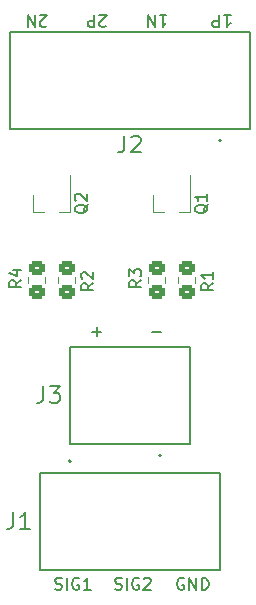
<source format=gto>
%TF.GenerationSoftware,KiCad,Pcbnew,(6.0.1)*%
%TF.CreationDate,2022-03-17T17:24:26+01:00*%
%TF.ProjectId,Module,4d6f6475-6c65-42e6-9b69-6361645f7063,v01*%
%TF.SameCoordinates,Original*%
%TF.FileFunction,Legend,Top*%
%TF.FilePolarity,Positive*%
%FSLAX46Y46*%
G04 Gerber Fmt 4.6, Leading zero omitted, Abs format (unit mm)*
G04 Created by KiCad (PCBNEW (6.0.1)) date 2022-03-17 17:24:26*
%MOMM*%
%LPD*%
G01*
G04 APERTURE LIST*
G04 Aperture macros list*
%AMRoundRect*
0 Rectangle with rounded corners*
0 $1 Rounding radius*
0 $2 $3 $4 $5 $6 $7 $8 $9 X,Y pos of 4 corners*
0 Add a 4 corners polygon primitive as box body*
4,1,4,$2,$3,$4,$5,$6,$7,$8,$9,$2,$3,0*
0 Add four circle primitives for the rounded corners*
1,1,$1+$1,$2,$3*
1,1,$1+$1,$4,$5*
1,1,$1+$1,$6,$7*
1,1,$1+$1,$8,$9*
0 Add four rect primitives between the rounded corners*
20,1,$1+$1,$2,$3,$4,$5,0*
20,1,$1+$1,$4,$5,$6,$7,0*
20,1,$1+$1,$6,$7,$8,$9,0*
20,1,$1+$1,$8,$9,$2,$3,0*%
G04 Aperture macros list end*
%ADD10C,0.150000*%
%ADD11C,0.127000*%
%ADD12C,0.200000*%
%ADD13C,0.120000*%
%ADD14R,1.950000X1.950000*%
%ADD15C,1.950000*%
%ADD16R,0.800000X1.900000*%
%ADD17RoundRect,0.249999X-0.450001X0.350001X-0.450001X-0.350001X0.450001X-0.350001X0.450001X0.350001X0*%
%ADD18RoundRect,0.249999X0.450001X-0.350001X0.450001X0.350001X-0.450001X0.350001X-0.450001X-0.350001X0*%
G04 APERTURE END LIST*
D10*
X140509523Y-52776380D02*
X140461904Y-52824000D01*
X140366666Y-52871619D01*
X140128571Y-52871619D01*
X140033333Y-52824000D01*
X139985714Y-52776380D01*
X139938095Y-52681142D01*
X139938095Y-52585904D01*
X139985714Y-52443047D01*
X140557142Y-51871619D01*
X139938095Y-51871619D01*
X139509523Y-51871619D02*
X139509523Y-52871619D01*
X138938095Y-51871619D01*
X138938095Y-52871619D01*
X155535285Y-51871619D02*
X156106714Y-51871619D01*
X155821000Y-51871619D02*
X155821000Y-52871619D01*
X155916238Y-52728761D01*
X156011476Y-52633523D01*
X156106714Y-52585904D01*
X155106714Y-51871619D02*
X155106714Y-52871619D01*
X154725761Y-52871619D01*
X154630523Y-52824000D01*
X154582904Y-52776380D01*
X154535285Y-52681142D01*
X154535285Y-52538285D01*
X154582904Y-52443047D01*
X154630523Y-52395428D01*
X154725761Y-52347809D01*
X155106714Y-52347809D01*
X145565714Y-52776380D02*
X145518095Y-52824000D01*
X145422857Y-52871619D01*
X145184761Y-52871619D01*
X145089523Y-52824000D01*
X145041904Y-52776380D01*
X144994285Y-52681142D01*
X144994285Y-52585904D01*
X145041904Y-52443047D01*
X145613333Y-51871619D01*
X144994285Y-51871619D01*
X144565714Y-51871619D02*
X144565714Y-52871619D01*
X144184761Y-52871619D01*
X144089523Y-52824000D01*
X144041904Y-52776380D01*
X143994285Y-52681142D01*
X143994285Y-52538285D01*
X144041904Y-52443047D01*
X144089523Y-52395428D01*
X144184761Y-52347809D01*
X144565714Y-52347809D01*
X146328000Y-100480761D02*
X146470857Y-100528380D01*
X146708952Y-100528380D01*
X146804190Y-100480761D01*
X146851809Y-100433142D01*
X146899428Y-100337904D01*
X146899428Y-100242666D01*
X146851809Y-100147428D01*
X146804190Y-100099809D01*
X146708952Y-100052190D01*
X146518476Y-100004571D01*
X146423238Y-99956952D01*
X146375619Y-99909333D01*
X146328000Y-99814095D01*
X146328000Y-99718857D01*
X146375619Y-99623619D01*
X146423238Y-99576000D01*
X146518476Y-99528380D01*
X146756571Y-99528380D01*
X146899428Y-99576000D01*
X147328000Y-100528380D02*
X147328000Y-99528380D01*
X148328000Y-99576000D02*
X148232761Y-99528380D01*
X148089904Y-99528380D01*
X147947047Y-99576000D01*
X147851809Y-99671238D01*
X147804190Y-99766476D01*
X147756571Y-99956952D01*
X147756571Y-100099809D01*
X147804190Y-100290285D01*
X147851809Y-100385523D01*
X147947047Y-100480761D01*
X148089904Y-100528380D01*
X148185142Y-100528380D01*
X148328000Y-100480761D01*
X148375619Y-100433142D01*
X148375619Y-100099809D01*
X148185142Y-100099809D01*
X148756571Y-99623619D02*
X148804190Y-99576000D01*
X148899428Y-99528380D01*
X149137523Y-99528380D01*
X149232761Y-99576000D01*
X149280380Y-99623619D01*
X149328000Y-99718857D01*
X149328000Y-99814095D01*
X149280380Y-99956952D01*
X148708952Y-100528380D01*
X149328000Y-100528380D01*
X150240952Y-78668571D02*
X149479047Y-78668571D01*
X141248000Y-100480761D02*
X141390857Y-100528380D01*
X141628952Y-100528380D01*
X141724190Y-100480761D01*
X141771809Y-100433142D01*
X141819428Y-100337904D01*
X141819428Y-100242666D01*
X141771809Y-100147428D01*
X141724190Y-100099809D01*
X141628952Y-100052190D01*
X141438476Y-100004571D01*
X141343238Y-99956952D01*
X141295619Y-99909333D01*
X141248000Y-99814095D01*
X141248000Y-99718857D01*
X141295619Y-99623619D01*
X141343238Y-99576000D01*
X141438476Y-99528380D01*
X141676571Y-99528380D01*
X141819428Y-99576000D01*
X142248000Y-100528380D02*
X142248000Y-99528380D01*
X143248000Y-99576000D02*
X143152761Y-99528380D01*
X143009904Y-99528380D01*
X142867047Y-99576000D01*
X142771809Y-99671238D01*
X142724190Y-99766476D01*
X142676571Y-99956952D01*
X142676571Y-100099809D01*
X142724190Y-100290285D01*
X142771809Y-100385523D01*
X142867047Y-100480761D01*
X143009904Y-100528380D01*
X143105142Y-100528380D01*
X143248000Y-100480761D01*
X143295619Y-100433142D01*
X143295619Y-100099809D01*
X143105142Y-100099809D01*
X144248000Y-100528380D02*
X143676571Y-100528380D01*
X143962285Y-100528380D02*
X143962285Y-99528380D01*
X143867047Y-99671238D01*
X143771809Y-99766476D01*
X143676571Y-99814095D01*
X152146095Y-99576000D02*
X152050857Y-99528380D01*
X151908000Y-99528380D01*
X151765142Y-99576000D01*
X151669904Y-99671238D01*
X151622285Y-99766476D01*
X151574666Y-99956952D01*
X151574666Y-100099809D01*
X151622285Y-100290285D01*
X151669904Y-100385523D01*
X151765142Y-100480761D01*
X151908000Y-100528380D01*
X152003238Y-100528380D01*
X152146095Y-100480761D01*
X152193714Y-100433142D01*
X152193714Y-100099809D01*
X152003238Y-100099809D01*
X152622285Y-100528380D02*
X152622285Y-99528380D01*
X153193714Y-100528380D01*
X153193714Y-99528380D01*
X153669904Y-100528380D02*
X153669904Y-99528380D01*
X153908000Y-99528380D01*
X154050857Y-99576000D01*
X154146095Y-99671238D01*
X154193714Y-99766476D01*
X154241333Y-99956952D01*
X154241333Y-100099809D01*
X154193714Y-100290285D01*
X154146095Y-100385523D01*
X154050857Y-100480761D01*
X153908000Y-100528380D01*
X153669904Y-100528380D01*
X145160952Y-78668571D02*
X144399047Y-78668571D01*
X144780000Y-78287619D02*
X144780000Y-79049523D01*
X150098095Y-51871619D02*
X150669523Y-51871619D01*
X150383809Y-51871619D02*
X150383809Y-52871619D01*
X150479047Y-52728761D01*
X150574285Y-52633523D01*
X150669523Y-52585904D01*
X149669523Y-51871619D02*
X149669523Y-52871619D01*
X149098095Y-51871619D01*
X149098095Y-52871619D01*
%TO.C,J1*%
X137709333Y-93975333D02*
X137709333Y-94975333D01*
X137642666Y-95175333D01*
X137509333Y-95308666D01*
X137309333Y-95375333D01*
X137176000Y-95375333D01*
X139109333Y-95375333D02*
X138309333Y-95375333D01*
X138709333Y-95375333D02*
X138709333Y-93975333D01*
X138576000Y-94175333D01*
X138442666Y-94308666D01*
X138309333Y-94375333D01*
%TO.C,J2*%
X147107333Y-62098333D02*
X147107333Y-63098333D01*
X147040666Y-63298333D01*
X146907333Y-63431666D01*
X146707333Y-63498333D01*
X146574000Y-63498333D01*
X147707333Y-62231666D02*
X147774000Y-62165000D01*
X147907333Y-62098333D01*
X148240666Y-62098333D01*
X148374000Y-62165000D01*
X148440666Y-62231666D01*
X148507333Y-62365000D01*
X148507333Y-62498333D01*
X148440666Y-62698333D01*
X147640666Y-63498333D01*
X148507333Y-63498333D01*
%TO.C,Q1*%
X154177619Y-67913238D02*
X154130000Y-68008476D01*
X154034761Y-68103714D01*
X153891904Y-68246571D01*
X153844285Y-68341809D01*
X153844285Y-68437047D01*
X154082380Y-68389428D02*
X154034761Y-68484666D01*
X153939523Y-68579904D01*
X153749047Y-68627523D01*
X153415714Y-68627523D01*
X153225238Y-68579904D01*
X153130000Y-68484666D01*
X153082380Y-68389428D01*
X153082380Y-68198952D01*
X153130000Y-68103714D01*
X153225238Y-68008476D01*
X153415714Y-67960857D01*
X153749047Y-67960857D01*
X153939523Y-68008476D01*
X154034761Y-68103714D01*
X154082380Y-68198952D01*
X154082380Y-68389428D01*
X154082380Y-67008476D02*
X154082380Y-67579904D01*
X154082380Y-67294190D02*
X153082380Y-67294190D01*
X153225238Y-67389428D01*
X153320476Y-67484666D01*
X153368095Y-67579904D01*
%TO.C,Q2*%
X144017619Y-67913238D02*
X143970000Y-68008476D01*
X143874761Y-68103714D01*
X143731904Y-68246571D01*
X143684285Y-68341809D01*
X143684285Y-68437047D01*
X143922380Y-68389428D02*
X143874761Y-68484666D01*
X143779523Y-68579904D01*
X143589047Y-68627523D01*
X143255714Y-68627523D01*
X143065238Y-68579904D01*
X142970000Y-68484666D01*
X142922380Y-68389428D01*
X142922380Y-68198952D01*
X142970000Y-68103714D01*
X143065238Y-68008476D01*
X143255714Y-67960857D01*
X143589047Y-67960857D01*
X143779523Y-68008476D01*
X143874761Y-68103714D01*
X143922380Y-68198952D01*
X143922380Y-68389428D01*
X143017619Y-67579904D02*
X142970000Y-67532285D01*
X142922380Y-67437047D01*
X142922380Y-67198952D01*
X142970000Y-67103714D01*
X143017619Y-67056095D01*
X143112857Y-67008476D01*
X143208095Y-67008476D01*
X143350952Y-67056095D01*
X143922380Y-67627523D01*
X143922380Y-67008476D01*
%TO.C,J3*%
X140249333Y-83307333D02*
X140249333Y-84307333D01*
X140182666Y-84507333D01*
X140049333Y-84640666D01*
X139849333Y-84707333D01*
X139716000Y-84707333D01*
X140782666Y-83307333D02*
X141649333Y-83307333D01*
X141182666Y-83840666D01*
X141382666Y-83840666D01*
X141516000Y-83907333D01*
X141582666Y-83974000D01*
X141649333Y-84107333D01*
X141649333Y-84440666D01*
X141582666Y-84574000D01*
X141516000Y-84640666D01*
X141382666Y-84707333D01*
X140982666Y-84707333D01*
X140849333Y-84640666D01*
X140782666Y-84574000D01*
%TO.C,R2*%
X144470380Y-74588666D02*
X143994190Y-74922000D01*
X144470380Y-75160095D02*
X143470380Y-75160095D01*
X143470380Y-74779142D01*
X143518000Y-74683904D01*
X143565619Y-74636285D01*
X143660857Y-74588666D01*
X143803714Y-74588666D01*
X143898952Y-74636285D01*
X143946571Y-74683904D01*
X143994190Y-74779142D01*
X143994190Y-75160095D01*
X143565619Y-74207714D02*
X143518000Y-74160095D01*
X143470380Y-74064857D01*
X143470380Y-73826761D01*
X143518000Y-73731523D01*
X143565619Y-73683904D01*
X143660857Y-73636285D01*
X143756095Y-73636285D01*
X143898952Y-73683904D01*
X144470380Y-74255333D01*
X144470380Y-73636285D01*
%TO.C,R1*%
X154630380Y-74588666D02*
X154154190Y-74922000D01*
X154630380Y-75160095D02*
X153630380Y-75160095D01*
X153630380Y-74779142D01*
X153678000Y-74683904D01*
X153725619Y-74636285D01*
X153820857Y-74588666D01*
X153963714Y-74588666D01*
X154058952Y-74636285D01*
X154106571Y-74683904D01*
X154154190Y-74779142D01*
X154154190Y-75160095D01*
X154630380Y-73636285D02*
X154630380Y-74207714D01*
X154630380Y-73922000D02*
X153630380Y-73922000D01*
X153773238Y-74017238D01*
X153868476Y-74112476D01*
X153916095Y-74207714D01*
%TO.C,R3*%
X148534380Y-74334666D02*
X148058190Y-74668000D01*
X148534380Y-74906095D02*
X147534380Y-74906095D01*
X147534380Y-74525142D01*
X147582000Y-74429904D01*
X147629619Y-74382285D01*
X147724857Y-74334666D01*
X147867714Y-74334666D01*
X147962952Y-74382285D01*
X148010571Y-74429904D01*
X148058190Y-74525142D01*
X148058190Y-74906095D01*
X147534380Y-74001333D02*
X147534380Y-73382285D01*
X147915333Y-73715619D01*
X147915333Y-73572761D01*
X147962952Y-73477523D01*
X148010571Y-73429904D01*
X148105809Y-73382285D01*
X148343904Y-73382285D01*
X148439142Y-73429904D01*
X148486761Y-73477523D01*
X148534380Y-73572761D01*
X148534380Y-73858476D01*
X148486761Y-73953714D01*
X148439142Y-74001333D01*
%TO.C,R4*%
X138374380Y-74334666D02*
X137898190Y-74668000D01*
X138374380Y-74906095D02*
X137374380Y-74906095D01*
X137374380Y-74525142D01*
X137422000Y-74429904D01*
X137469619Y-74382285D01*
X137564857Y-74334666D01*
X137707714Y-74334666D01*
X137802952Y-74382285D01*
X137850571Y-74429904D01*
X137898190Y-74525142D01*
X137898190Y-74906095D01*
X137707714Y-73477523D02*
X138374380Y-73477523D01*
X137326761Y-73715619D02*
X138041047Y-73953714D01*
X138041047Y-73334666D01*
D11*
%TO.C,J1*%
X139954000Y-90642000D02*
X155194000Y-90642000D01*
X155194000Y-90642000D02*
X155194000Y-98842000D01*
X155194000Y-98842000D02*
X139954000Y-98842000D01*
X139954000Y-98842000D02*
X139954000Y-90642000D01*
D12*
X142594000Y-89642000D02*
G75*
G03*
X142594000Y-89642000I-100000J0D01*
G01*
D11*
%TO.C,J2*%
X157734000Y-61504000D02*
X137414000Y-61504000D01*
X137414000Y-61504000D02*
X137414000Y-53304000D01*
X157734000Y-53304000D02*
X157734000Y-61504000D01*
X137414000Y-53304000D02*
X157734000Y-53304000D01*
D12*
X155294000Y-62504000D02*
G75*
G03*
X155294000Y-62504000I-100000J0D01*
G01*
D13*
%TO.C,Q1*%
X149550000Y-68578000D02*
X150480000Y-68578000D01*
X152710000Y-68578000D02*
X151780000Y-68578000D01*
X152710000Y-68578000D02*
X152710000Y-65418000D01*
X149550000Y-68578000D02*
X149550000Y-67118000D01*
%TO.C,Q2*%
X142550000Y-68578000D02*
X141620000Y-68578000D01*
X139390000Y-68578000D02*
X139390000Y-67118000D01*
X139390000Y-68578000D02*
X140320000Y-68578000D01*
X142550000Y-68578000D02*
X142550000Y-65418000D01*
D11*
%TO.C,J3*%
X152654000Y-79974000D02*
X152654000Y-88174000D01*
X142494000Y-88174000D02*
X142494000Y-79974000D01*
X152654000Y-88174000D02*
X142494000Y-88174000D01*
X142494000Y-79974000D02*
X152654000Y-79974000D01*
D12*
X150214000Y-89174000D02*
G75*
G03*
X150214000Y-89174000I-100000J0D01*
G01*
D13*
%TO.C,R2*%
X141485000Y-74067936D02*
X141485000Y-74522064D01*
X142955000Y-74067936D02*
X142955000Y-74522064D01*
%TO.C,R1*%
X153135000Y-74067936D02*
X153135000Y-74522064D01*
X151665000Y-74067936D02*
X151665000Y-74522064D01*
%TO.C,R3*%
X150595000Y-74067936D02*
X150595000Y-74522064D01*
X149125000Y-74067936D02*
X149125000Y-74522064D01*
%TO.C,R4*%
X140415000Y-74522064D02*
X140415000Y-74067936D01*
X138945000Y-74522064D02*
X138945000Y-74067936D01*
%TD*%
%LPC*%
D14*
%TO.C,J1*%
X142494000Y-94742000D03*
D15*
X147574000Y-94742000D03*
X152654000Y-94742000D03*
%TD*%
D14*
%TO.C,J2*%
X155194000Y-57404000D03*
D15*
X150114000Y-57404000D03*
X145034000Y-57404000D03*
X139954000Y-57404000D03*
%TD*%
D16*
%TO.C,Q1*%
X152080000Y-66318000D03*
X150180000Y-66318000D03*
X151130000Y-69318000D03*
%TD*%
%TO.C,Q2*%
X141920000Y-66318000D03*
X140020000Y-66318000D03*
X140970000Y-69318000D03*
%TD*%
D14*
%TO.C,J3*%
X150114000Y-84074000D03*
D15*
X145034000Y-84074000D03*
%TD*%
D17*
%TO.C,R2*%
X142220000Y-73295000D03*
X142220000Y-75295000D03*
%TD*%
%TO.C,R1*%
X152400000Y-73295000D03*
X152400000Y-75295000D03*
%TD*%
%TO.C,R3*%
X149860000Y-73295000D03*
X149860000Y-75295000D03*
%TD*%
D18*
%TO.C,R4*%
X139680000Y-75295000D03*
X139680000Y-73295000D03*
%TD*%
M02*

</source>
